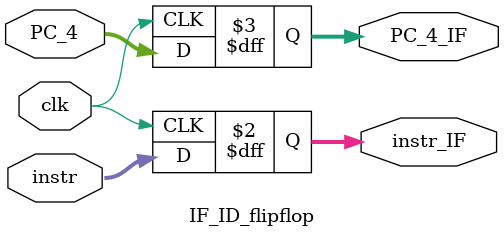
<source format=v>
module IF_ID_flipflop(input [31:0]PC_4,input [31:0]instr,input clk,output reg[31:0]instr_IF,PC_4_IF);
always@(posedge clk)begin
	instr_IF=instr;
	PC_4_IF=PC_4;
end
endmodule
</source>
